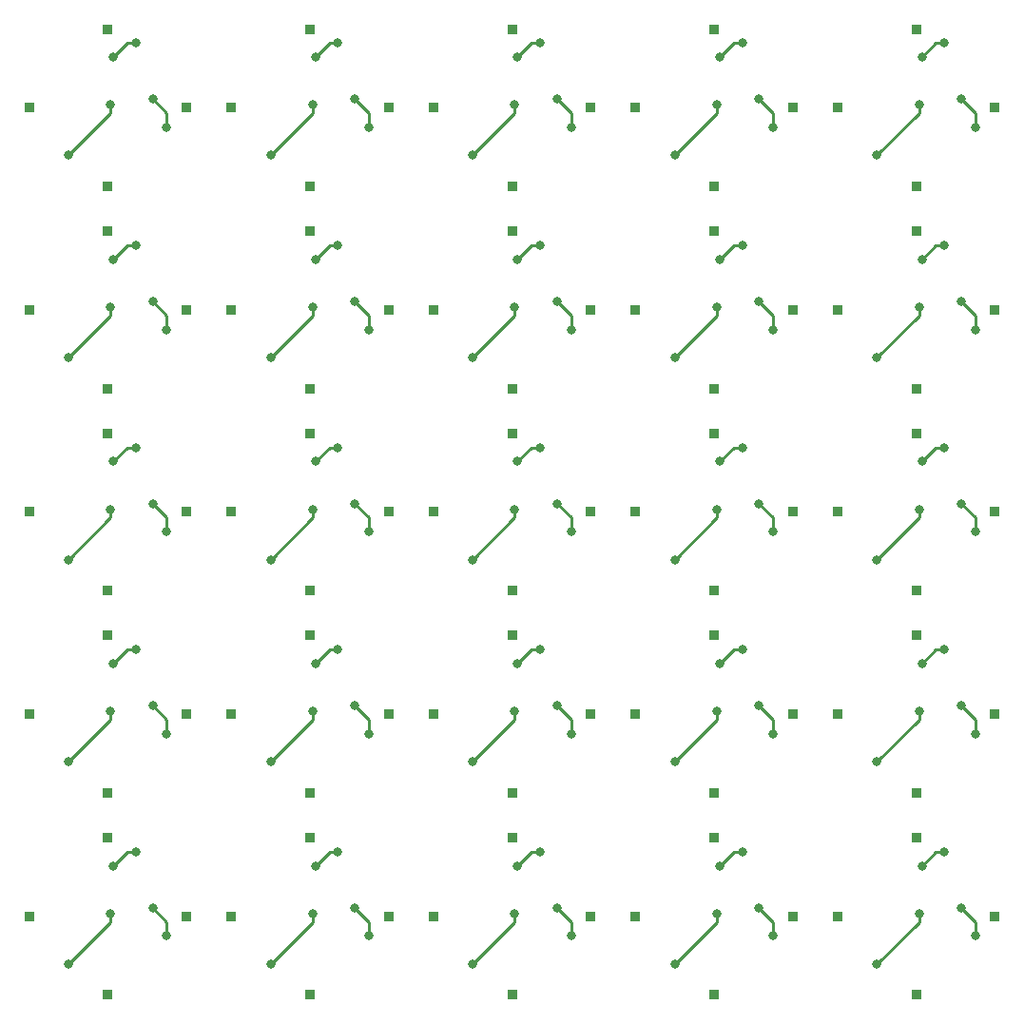
<source format=gbl>
%TF.GenerationSoftware,KiCad,Pcbnew,7.0.5-1.fc38*%
%TF.CreationDate,2023-07-07T14:20:18-04:00*%
%TF.ProjectId,bno085-i2c-board-v3-large-panel,626e6f30-3835-42d6-9932-632d626f6172,rev?*%
%TF.SameCoordinates,Original*%
%TF.FileFunction,Copper,L2,Bot*%
%TF.FilePolarity,Positive*%
%FSLAX46Y46*%
G04 Gerber Fmt 4.6, Leading zero omitted, Abs format (unit mm)*
G04 Created by KiCad (PCBNEW 7.0.5-1.fc38) date 2023-07-07 14:20:18*
%MOMM*%
%LPD*%
G01*
G04 APERTURE LIST*
%TA.AperFunction,ComponentPad*%
%ADD10R,0.850000X0.850000*%
%TD*%
%TA.AperFunction,ViaPad*%
%ADD11C,0.800000*%
%TD*%
%TA.AperFunction,Conductor*%
%ADD12C,0.250000*%
%TD*%
G04 APERTURE END LIST*
D10*
%TO.P,J2,1,Pin_1*%
%TO.N,Board_7-Net-(J2-Pin_1)*%
X148498776Y-59999388D03*
%TD*%
%TO.P,J4,1,Pin_1*%
%TO.N,Board_16-GND*%
X137498776Y-88999388D03*
%TD*%
%TO.P,J1,1,Pin_1*%
%TO.N,Board_20-Net-(J1-Pin_1)*%
X112498776Y-99999388D03*
%TD*%
%TO.P,J1,1,Pin_1*%
%TO.N,Board_1-Net-(J1-Pin_1)*%
X130498776Y-27999388D03*
%TD*%
%TO.P,J2,1,Pin_1*%
%TO.N,Board_21-Net-(J2-Pin_1)*%
X130498776Y-113999388D03*
%TD*%
%TO.P,J2,1,Pin_1*%
%TO.N,Board_5-Net-(J2-Pin_1)*%
X112498776Y-59999388D03*
%TD*%
%TO.P,J2,1,Pin_1*%
%TO.N,Board_23-Net-(J2-Pin_1)*%
X166498776Y-113999388D03*
%TD*%
%TO.P,J1,1,Pin_1*%
%TO.N,Board_23-Net-(J1-Pin_1)*%
X166498776Y-99999388D03*
%TD*%
%TO.P,J4,1,Pin_1*%
%TO.N,Board_14-GND*%
X191498776Y-70999388D03*
%TD*%
%TO.P,J3,1,Pin_1*%
%TO.N,Board_9-+3.3V*%
X177498776Y-52999388D03*
%TD*%
%TO.P,J2,1,Pin_1*%
%TO.N,Board_17-Net-(J2-Pin_1)*%
X148498776Y-95999388D03*
%TD*%
%TO.P,J2,1,Pin_1*%
%TO.N,Board_12-Net-(J2-Pin_1)*%
X148498776Y-77999388D03*
%TD*%
%TO.P,J3,1,Pin_1*%
%TO.N,Board_2-+3.3V*%
X141498776Y-34999388D03*
%TD*%
%TO.P,J1,1,Pin_1*%
%TO.N,Board_6-Net-(J1-Pin_1)*%
X130498776Y-45999388D03*
%TD*%
%TO.P,J3,1,Pin_1*%
%TO.N,Board_8-+3.3V*%
X159498776Y-52999388D03*
%TD*%
%TO.P,J4,1,Pin_1*%
%TO.N,Board_13-GND*%
X173498776Y-70999388D03*
%TD*%
%TO.P,J1,1,Pin_1*%
%TO.N,Board_0-Net-(J1-Pin_1)*%
X112498776Y-27999388D03*
%TD*%
%TO.P,J3,1,Pin_1*%
%TO.N,Board_6-+3.3V*%
X123498776Y-52999388D03*
%TD*%
%TO.P,J3,1,Pin_1*%
%TO.N,Board_22-+3.3V*%
X141498776Y-106999388D03*
%TD*%
%TO.P,J2,1,Pin_1*%
%TO.N,Board_11-Net-(J2-Pin_1)*%
X130498776Y-77999388D03*
%TD*%
%TO.P,J4,1,Pin_1*%
%TO.N,Board_18-GND*%
X173498776Y-88999388D03*
%TD*%
%TO.P,J3,1,Pin_1*%
%TO.N,Board_21-+3.3V*%
X123498776Y-106999388D03*
%TD*%
%TO.P,J2,1,Pin_1*%
%TO.N,Board_24-Net-(J2-Pin_1)*%
X184498776Y-113999388D03*
%TD*%
%TO.P,J4,1,Pin_1*%
%TO.N,Board_11-GND*%
X137498776Y-70999388D03*
%TD*%
%TO.P,J3,1,Pin_1*%
%TO.N,Board_12-+3.3V*%
X141498776Y-70999388D03*
%TD*%
%TO.P,J2,1,Pin_1*%
%TO.N,Board_22-Net-(J2-Pin_1)*%
X148498776Y-113999388D03*
%TD*%
%TO.P,J3,1,Pin_1*%
%TO.N,Board_17-+3.3V*%
X141498776Y-88999388D03*
%TD*%
%TO.P,J2,1,Pin_1*%
%TO.N,Board_19-Net-(J2-Pin_1)*%
X184498776Y-95999388D03*
%TD*%
%TO.P,J4,1,Pin_1*%
%TO.N,Board_7-GND*%
X155498776Y-52999388D03*
%TD*%
%TO.P,J1,1,Pin_1*%
%TO.N,Board_3-Net-(J1-Pin_1)*%
X166498776Y-27999388D03*
%TD*%
%TO.P,J2,1,Pin_1*%
%TO.N,Board_3-Net-(J2-Pin_1)*%
X166498776Y-41999388D03*
%TD*%
%TO.P,J4,1,Pin_1*%
%TO.N,Board_9-GND*%
X191498776Y-52999388D03*
%TD*%
%TO.P,J3,1,Pin_1*%
%TO.N,Board_16-+3.3V*%
X123498776Y-88999388D03*
%TD*%
%TO.P,J4,1,Pin_1*%
%TO.N,Board_3-GND*%
X173498776Y-34999388D03*
%TD*%
%TO.P,J3,1,Pin_1*%
%TO.N,Board_0-+3.3V*%
X105498776Y-34999388D03*
%TD*%
%TO.P,J1,1,Pin_1*%
%TO.N,Board_5-Net-(J1-Pin_1)*%
X112498776Y-45999388D03*
%TD*%
%TO.P,J3,1,Pin_1*%
%TO.N,Board_13-+3.3V*%
X159498776Y-70999388D03*
%TD*%
%TO.P,J3,1,Pin_1*%
%TO.N,Board_7-+3.3V*%
X141498776Y-52999388D03*
%TD*%
%TO.P,J3,1,Pin_1*%
%TO.N,Board_15-+3.3V*%
X105498776Y-88999388D03*
%TD*%
%TO.P,J4,1,Pin_1*%
%TO.N,Board_23-GND*%
X173498776Y-106999388D03*
%TD*%
%TO.P,J4,1,Pin_1*%
%TO.N,Board_1-GND*%
X137498776Y-34999388D03*
%TD*%
%TO.P,J3,1,Pin_1*%
%TO.N,Board_1-+3.3V*%
X123498776Y-34999388D03*
%TD*%
%TO.P,J2,1,Pin_1*%
%TO.N,Board_9-Net-(J2-Pin_1)*%
X184498776Y-59999388D03*
%TD*%
%TO.P,J3,1,Pin_1*%
%TO.N,Board_10-+3.3V*%
X105498776Y-70999388D03*
%TD*%
%TO.P,J3,1,Pin_1*%
%TO.N,Board_3-+3.3V*%
X159498776Y-34999388D03*
%TD*%
%TO.P,J3,1,Pin_1*%
%TO.N,Board_20-+3.3V*%
X105498776Y-106999388D03*
%TD*%
%TO.P,J3,1,Pin_1*%
%TO.N,Board_19-+3.3V*%
X177498776Y-88999388D03*
%TD*%
%TO.P,J1,1,Pin_1*%
%TO.N,Board_21-Net-(J1-Pin_1)*%
X130498776Y-99999388D03*
%TD*%
%TO.P,J1,1,Pin_1*%
%TO.N,Board_14-Net-(J1-Pin_1)*%
X184498776Y-63999388D03*
%TD*%
%TO.P,J3,1,Pin_1*%
%TO.N,Board_5-+3.3V*%
X105498776Y-52999388D03*
%TD*%
%TO.P,J2,1,Pin_1*%
%TO.N,Board_10-Net-(J2-Pin_1)*%
X112498776Y-77999388D03*
%TD*%
%TO.P,J1,1,Pin_1*%
%TO.N,Board_17-Net-(J1-Pin_1)*%
X148498776Y-81999388D03*
%TD*%
%TO.P,J2,1,Pin_1*%
%TO.N,Board_2-Net-(J2-Pin_1)*%
X148498776Y-41999388D03*
%TD*%
%TO.P,J1,1,Pin_1*%
%TO.N,Board_11-Net-(J1-Pin_1)*%
X130498776Y-63999388D03*
%TD*%
%TO.P,J2,1,Pin_1*%
%TO.N,Board_15-Net-(J2-Pin_1)*%
X112498776Y-95999388D03*
%TD*%
%TO.P,J2,1,Pin_1*%
%TO.N,Board_14-Net-(J2-Pin_1)*%
X184498776Y-77999388D03*
%TD*%
%TO.P,J3,1,Pin_1*%
%TO.N,Board_4-+3.3V*%
X177498776Y-34999388D03*
%TD*%
%TO.P,J4,1,Pin_1*%
%TO.N,Board_12-GND*%
X155498776Y-70999388D03*
%TD*%
%TO.P,J4,1,Pin_1*%
%TO.N,Board_10-GND*%
X119498776Y-70999388D03*
%TD*%
%TO.P,J2,1,Pin_1*%
%TO.N,Board_6-Net-(J2-Pin_1)*%
X130498776Y-59999388D03*
%TD*%
%TO.P,J3,1,Pin_1*%
%TO.N,Board_18-+3.3V*%
X159498776Y-88999388D03*
%TD*%
%TO.P,J4,1,Pin_1*%
%TO.N,Board_8-GND*%
X173498776Y-52999388D03*
%TD*%
%TO.P,J2,1,Pin_1*%
%TO.N,Board_16-Net-(J2-Pin_1)*%
X130498776Y-95999388D03*
%TD*%
%TO.P,J4,1,Pin_1*%
%TO.N,Board_0-GND*%
X119498776Y-34999388D03*
%TD*%
%TO.P,J1,1,Pin_1*%
%TO.N,Board_24-Net-(J1-Pin_1)*%
X184498776Y-99999388D03*
%TD*%
%TO.P,J1,1,Pin_1*%
%TO.N,Board_9-Net-(J1-Pin_1)*%
X184498776Y-45999388D03*
%TD*%
%TO.P,J4,1,Pin_1*%
%TO.N,Board_17-GND*%
X155498776Y-88999388D03*
%TD*%
%TO.P,J4,1,Pin_1*%
%TO.N,Board_20-GND*%
X119498776Y-106999388D03*
%TD*%
%TO.P,J2,1,Pin_1*%
%TO.N,Board_18-Net-(J2-Pin_1)*%
X166498776Y-95999388D03*
%TD*%
%TO.P,J2,1,Pin_1*%
%TO.N,Board_1-Net-(J2-Pin_1)*%
X130498776Y-41999388D03*
%TD*%
%TO.P,J3,1,Pin_1*%
%TO.N,Board_24-+3.3V*%
X177498776Y-106999388D03*
%TD*%
%TO.P,J4,1,Pin_1*%
%TO.N,Board_15-GND*%
X119498776Y-88999388D03*
%TD*%
%TO.P,J1,1,Pin_1*%
%TO.N,Board_12-Net-(J1-Pin_1)*%
X148498776Y-63999388D03*
%TD*%
%TO.P,J3,1,Pin_1*%
%TO.N,Board_14-+3.3V*%
X177498776Y-70999388D03*
%TD*%
%TO.P,J1,1,Pin_1*%
%TO.N,Board_18-Net-(J1-Pin_1)*%
X166498776Y-81999388D03*
%TD*%
%TO.P,J2,1,Pin_1*%
%TO.N,Board_13-Net-(J2-Pin_1)*%
X166498776Y-77999388D03*
%TD*%
%TO.P,J2,1,Pin_1*%
%TO.N,Board_20-Net-(J2-Pin_1)*%
X112498776Y-113999388D03*
%TD*%
%TO.P,J4,1,Pin_1*%
%TO.N,Board_22-GND*%
X155498776Y-106999388D03*
%TD*%
%TO.P,J4,1,Pin_1*%
%TO.N,Board_5-GND*%
X119498776Y-52999388D03*
%TD*%
%TO.P,J1,1,Pin_1*%
%TO.N,Board_22-Net-(J1-Pin_1)*%
X148498776Y-99999388D03*
%TD*%
%TO.P,J3,1,Pin_1*%
%TO.N,Board_11-+3.3V*%
X123498776Y-70999388D03*
%TD*%
%TO.P,J1,1,Pin_1*%
%TO.N,Board_8-Net-(J1-Pin_1)*%
X166498776Y-45999388D03*
%TD*%
%TO.P,J4,1,Pin_1*%
%TO.N,Board_24-GND*%
X191498776Y-106999388D03*
%TD*%
%TO.P,J1,1,Pin_1*%
%TO.N,Board_2-Net-(J1-Pin_1)*%
X148498776Y-27999388D03*
%TD*%
%TO.P,J1,1,Pin_1*%
%TO.N,Board_10-Net-(J1-Pin_1)*%
X112498776Y-63999388D03*
%TD*%
%TO.P,J4,1,Pin_1*%
%TO.N,Board_19-GND*%
X191498776Y-88999388D03*
%TD*%
%TO.P,J1,1,Pin_1*%
%TO.N,Board_19-Net-(J1-Pin_1)*%
X184498776Y-81999388D03*
%TD*%
%TO.P,J4,1,Pin_1*%
%TO.N,Board_4-GND*%
X191498776Y-34999388D03*
%TD*%
%TO.P,J1,1,Pin_1*%
%TO.N,Board_15-Net-(J1-Pin_1)*%
X112498776Y-81999388D03*
%TD*%
%TO.P,J2,1,Pin_1*%
%TO.N,Board_8-Net-(J2-Pin_1)*%
X166498776Y-59999388D03*
%TD*%
%TO.P,J1,1,Pin_1*%
%TO.N,Board_16-Net-(J1-Pin_1)*%
X130498776Y-81999388D03*
%TD*%
%TO.P,J2,1,Pin_1*%
%TO.N,Board_4-Net-(J2-Pin_1)*%
X184498776Y-41999388D03*
%TD*%
%TO.P,J2,1,Pin_1*%
%TO.N,Board_0-Net-(J2-Pin_1)*%
X112498776Y-41999388D03*
%TD*%
%TO.P,J4,1,Pin_1*%
%TO.N,Board_6-GND*%
X137498776Y-52999388D03*
%TD*%
%TO.P,J1,1,Pin_1*%
%TO.N,Board_7-Net-(J1-Pin_1)*%
X148498776Y-45999388D03*
%TD*%
%TO.P,J4,1,Pin_1*%
%TO.N,Board_2-GND*%
X155498776Y-34999388D03*
%TD*%
%TO.P,J3,1,Pin_1*%
%TO.N,Board_23-+3.3V*%
X159498776Y-106999388D03*
%TD*%
%TO.P,J1,1,Pin_1*%
%TO.N,Board_4-Net-(J1-Pin_1)*%
X184498776Y-27999388D03*
%TD*%
%TO.P,J4,1,Pin_1*%
%TO.N,Board_21-GND*%
X137498776Y-106999388D03*
%TD*%
%TO.P,J1,1,Pin_1*%
%TO.N,Board_13-Net-(J1-Pin_1)*%
X166498776Y-63999388D03*
%TD*%
D11*
%TO.N,Board_0-+3.3V*%
X114998776Y-29249388D03*
X112998776Y-30499388D03*
%TO.N,Board_0-GND*%
X108998776Y-39249388D03*
X112748776Y-34749388D03*
%TO.N,Board_0-Net-(J2-Pin_1)*%
X117748776Y-36749388D03*
X116498776Y-34249388D03*
%TO.N,Board_1-+3.3V*%
X130998776Y-30499388D03*
X132998776Y-29249388D03*
%TO.N,Board_1-GND*%
X126998776Y-39249388D03*
X130748776Y-34749388D03*
%TO.N,Board_1-Net-(J2-Pin_1)*%
X134498776Y-34249388D03*
X135748776Y-36749388D03*
%TO.N,Board_2-+3.3V*%
X150998776Y-29249388D03*
X148998776Y-30499388D03*
%TO.N,Board_2-GND*%
X148748776Y-34749388D03*
X144998776Y-39249388D03*
%TO.N,Board_2-Net-(J2-Pin_1)*%
X152498776Y-34249388D03*
X153748776Y-36749388D03*
%TO.N,Board_3-+3.3V*%
X166998776Y-30499388D03*
X168998776Y-29249388D03*
%TO.N,Board_3-GND*%
X166748776Y-34749388D03*
X162998776Y-39249388D03*
%TO.N,Board_3-Net-(J2-Pin_1)*%
X171748776Y-36749388D03*
X170498776Y-34249388D03*
%TO.N,Board_4-+3.3V*%
X184998776Y-30499388D03*
X186998776Y-29249388D03*
%TO.N,Board_4-GND*%
X184748776Y-34749388D03*
X180998776Y-39249388D03*
%TO.N,Board_4-Net-(J2-Pin_1)*%
X188498776Y-34249388D03*
X189748776Y-36749388D03*
%TO.N,Board_5-+3.3V*%
X114998776Y-47249388D03*
X112998776Y-48499388D03*
%TO.N,Board_5-GND*%
X112748776Y-52749388D03*
X108998776Y-57249388D03*
%TO.N,Board_5-Net-(J2-Pin_1)*%
X116498776Y-52249388D03*
X117748776Y-54749388D03*
%TO.N,Board_6-+3.3V*%
X130998776Y-48499388D03*
X132998776Y-47249388D03*
%TO.N,Board_6-GND*%
X126998776Y-57249388D03*
X130748776Y-52749388D03*
%TO.N,Board_6-Net-(J2-Pin_1)*%
X134498776Y-52249388D03*
X135748776Y-54749388D03*
%TO.N,Board_7-+3.3V*%
X150998776Y-47249388D03*
X148998776Y-48499388D03*
%TO.N,Board_7-GND*%
X144998776Y-57249388D03*
X148748776Y-52749388D03*
%TO.N,Board_7-Net-(J2-Pin_1)*%
X152498776Y-52249388D03*
X153748776Y-54749388D03*
%TO.N,Board_8-+3.3V*%
X166998776Y-48499388D03*
X168998776Y-47249388D03*
%TO.N,Board_8-GND*%
X162998776Y-57249388D03*
X166748776Y-52749388D03*
%TO.N,Board_8-Net-(J2-Pin_1)*%
X171748776Y-54749388D03*
X170498776Y-52249388D03*
%TO.N,Board_9-+3.3V*%
X186998776Y-47249388D03*
X184998776Y-48499388D03*
%TO.N,Board_9-GND*%
X184748776Y-52749388D03*
X180998776Y-57249388D03*
%TO.N,Board_9-Net-(J2-Pin_1)*%
X188498776Y-52249388D03*
X189748776Y-54749388D03*
%TO.N,Board_10-+3.3V*%
X112998776Y-66499388D03*
X114998776Y-65249388D03*
%TO.N,Board_10-GND*%
X108998776Y-75249388D03*
X112748776Y-70749388D03*
%TO.N,Board_10-Net-(J2-Pin_1)*%
X116498776Y-70249388D03*
X117748776Y-72749388D03*
%TO.N,Board_11-+3.3V*%
X132998776Y-65249388D03*
X130998776Y-66499388D03*
%TO.N,Board_11-GND*%
X130748776Y-70749388D03*
X126998776Y-75249388D03*
%TO.N,Board_11-Net-(J2-Pin_1)*%
X135748776Y-72749388D03*
X134498776Y-70249388D03*
%TO.N,Board_12-+3.3V*%
X150998776Y-65249388D03*
X148998776Y-66499388D03*
%TO.N,Board_12-GND*%
X144998776Y-75249388D03*
X148748776Y-70749388D03*
%TO.N,Board_12-Net-(J2-Pin_1)*%
X153748776Y-72749388D03*
X152498776Y-70249388D03*
%TO.N,Board_13-+3.3V*%
X166998776Y-66499388D03*
X168998776Y-65249388D03*
%TO.N,Board_13-GND*%
X162998776Y-75249388D03*
X166748776Y-70749388D03*
%TO.N,Board_13-Net-(J2-Pin_1)*%
X171748776Y-72749388D03*
X170498776Y-70249388D03*
%TO.N,Board_14-+3.3V*%
X186998776Y-65249388D03*
X184998776Y-66499388D03*
%TO.N,Board_14-GND*%
X180998776Y-75249388D03*
X184748776Y-70749388D03*
%TO.N,Board_14-Net-(J2-Pin_1)*%
X188498776Y-70249388D03*
X189748776Y-72749388D03*
%TO.N,Board_15-+3.3V*%
X114998776Y-83249388D03*
X112998776Y-84499388D03*
%TO.N,Board_15-GND*%
X108998776Y-93249388D03*
X112748776Y-88749388D03*
%TO.N,Board_15-Net-(J2-Pin_1)*%
X116498776Y-88249388D03*
X117748776Y-90749388D03*
%TO.N,Board_16-+3.3V*%
X130998776Y-84499388D03*
X132998776Y-83249388D03*
%TO.N,Board_16-GND*%
X130748776Y-88749388D03*
X126998776Y-93249388D03*
%TO.N,Board_16-Net-(J2-Pin_1)*%
X135748776Y-90749388D03*
X134498776Y-88249388D03*
%TO.N,Board_17-+3.3V*%
X150998776Y-83249388D03*
X148998776Y-84499388D03*
%TO.N,Board_17-GND*%
X148748776Y-88749388D03*
X144998776Y-93249388D03*
%TO.N,Board_17-Net-(J2-Pin_1)*%
X153748776Y-90749388D03*
X152498776Y-88249388D03*
%TO.N,Board_18-+3.3V*%
X166998776Y-84499388D03*
X168998776Y-83249388D03*
%TO.N,Board_18-GND*%
X162998776Y-93249388D03*
X166748776Y-88749388D03*
%TO.N,Board_18-Net-(J2-Pin_1)*%
X171748776Y-90749388D03*
X170498776Y-88249388D03*
%TO.N,Board_19-+3.3V*%
X184998776Y-84499388D03*
X186998776Y-83249388D03*
%TO.N,Board_19-GND*%
X184748776Y-88749388D03*
X180998776Y-93249388D03*
%TO.N,Board_19-Net-(J2-Pin_1)*%
X189748776Y-90749388D03*
X188498776Y-88249388D03*
%TO.N,Board_20-+3.3V*%
X112998776Y-102499388D03*
X114998776Y-101249388D03*
%TO.N,Board_20-GND*%
X108998776Y-111249388D03*
X112748776Y-106749388D03*
%TO.N,Board_20-Net-(J2-Pin_1)*%
X116498776Y-106249388D03*
X117748776Y-108749388D03*
%TO.N,Board_21-+3.3V*%
X132998776Y-101249388D03*
X130998776Y-102499388D03*
%TO.N,Board_21-GND*%
X126998776Y-111249388D03*
X130748776Y-106749388D03*
%TO.N,Board_21-Net-(J2-Pin_1)*%
X134498776Y-106249388D03*
X135748776Y-108749388D03*
%TO.N,Board_22-+3.3V*%
X150998776Y-101249388D03*
X148998776Y-102499388D03*
%TO.N,Board_22-GND*%
X144998776Y-111249388D03*
X148748776Y-106749388D03*
%TO.N,Board_22-Net-(J2-Pin_1)*%
X153748776Y-108749388D03*
X152498776Y-106249388D03*
%TO.N,Board_23-+3.3V*%
X166998776Y-102499388D03*
X168998776Y-101249388D03*
%TO.N,Board_23-GND*%
X166748776Y-106749388D03*
X162998776Y-111249388D03*
%TO.N,Board_23-Net-(J2-Pin_1)*%
X171748776Y-108749388D03*
X170498776Y-106249388D03*
%TO.N,Board_24-+3.3V*%
X186998776Y-101249388D03*
X184998776Y-102499388D03*
%TO.N,Board_24-GND*%
X184748776Y-106749388D03*
X180998776Y-111249388D03*
%TO.N,Board_24-Net-(J2-Pin_1)*%
X189748776Y-108749388D03*
X188498776Y-106249388D03*
%TD*%
D12*
%TO.N,Board_0-+3.3V*%
X114998776Y-29249388D02*
X114248776Y-29249388D01*
X114248776Y-29249388D02*
X112998776Y-30499388D01*
%TO.N,Board_0-GND*%
X112748776Y-35499388D02*
X112748776Y-34749388D01*
X108998776Y-39249388D02*
X112748776Y-35499388D01*
%TO.N,Board_0-Net-(J2-Pin_1)*%
X116498776Y-34249388D02*
X117748776Y-35499388D01*
X117748776Y-35499388D02*
X117748776Y-36749388D01*
%TO.N,Board_1-+3.3V*%
X132998776Y-29249388D02*
X132248776Y-29249388D01*
X132248776Y-29249388D02*
X130998776Y-30499388D01*
%TO.N,Board_1-GND*%
X130748776Y-35499388D02*
X130748776Y-34749388D01*
X126998776Y-39249388D02*
X130748776Y-35499388D01*
%TO.N,Board_1-Net-(J2-Pin_1)*%
X135748776Y-35499388D02*
X135748776Y-36749388D01*
X134498776Y-34249388D02*
X135748776Y-35499388D01*
%TO.N,Board_2-+3.3V*%
X150248776Y-29249388D02*
X148998776Y-30499388D01*
X150998776Y-29249388D02*
X150248776Y-29249388D01*
%TO.N,Board_2-GND*%
X148748776Y-35499388D02*
X148748776Y-34749388D01*
X144998776Y-39249388D02*
X148748776Y-35499388D01*
%TO.N,Board_2-Net-(J2-Pin_1)*%
X153748776Y-35499388D02*
X153748776Y-36749388D01*
X152498776Y-34249388D02*
X153748776Y-35499388D01*
%TO.N,Board_3-+3.3V*%
X168248776Y-29249388D02*
X166998776Y-30499388D01*
X168998776Y-29249388D02*
X168248776Y-29249388D01*
%TO.N,Board_3-GND*%
X166748776Y-35499388D02*
X166748776Y-34749388D01*
X162998776Y-39249388D02*
X166748776Y-35499388D01*
%TO.N,Board_3-Net-(J2-Pin_1)*%
X170498776Y-34249388D02*
X171748776Y-35499388D01*
X171748776Y-35499388D02*
X171748776Y-36749388D01*
%TO.N,Board_4-+3.3V*%
X186998776Y-29249388D02*
X186248776Y-29249388D01*
X186248776Y-29249388D02*
X184998776Y-30499388D01*
%TO.N,Board_4-GND*%
X180998776Y-39249388D02*
X184748776Y-35499388D01*
X184748776Y-35499388D02*
X184748776Y-34749388D01*
%TO.N,Board_4-Net-(J2-Pin_1)*%
X188498776Y-34249388D02*
X189748776Y-35499388D01*
X189748776Y-35499388D02*
X189748776Y-36749388D01*
%TO.N,Board_5-+3.3V*%
X114248776Y-47249388D02*
X112998776Y-48499388D01*
X114998776Y-47249388D02*
X114248776Y-47249388D01*
%TO.N,Board_5-GND*%
X112748776Y-53499388D02*
X112748776Y-52749388D01*
X108998776Y-57249388D02*
X112748776Y-53499388D01*
%TO.N,Board_5-Net-(J2-Pin_1)*%
X116498776Y-52249388D02*
X117748776Y-53499388D01*
X117748776Y-53499388D02*
X117748776Y-54749388D01*
%TO.N,Board_6-+3.3V*%
X132248776Y-47249388D02*
X130998776Y-48499388D01*
X132998776Y-47249388D02*
X132248776Y-47249388D01*
%TO.N,Board_6-GND*%
X126998776Y-57249388D02*
X130748776Y-53499388D01*
X130748776Y-53499388D02*
X130748776Y-52749388D01*
%TO.N,Board_6-Net-(J2-Pin_1)*%
X135748776Y-53499388D02*
X135748776Y-54749388D01*
X134498776Y-52249388D02*
X135748776Y-53499388D01*
%TO.N,Board_7-+3.3V*%
X150248776Y-47249388D02*
X148998776Y-48499388D01*
X150998776Y-47249388D02*
X150248776Y-47249388D01*
%TO.N,Board_7-GND*%
X144998776Y-57249388D02*
X148748776Y-53499388D01*
X148748776Y-53499388D02*
X148748776Y-52749388D01*
%TO.N,Board_7-Net-(J2-Pin_1)*%
X153748776Y-53499388D02*
X153748776Y-54749388D01*
X152498776Y-52249388D02*
X153748776Y-53499388D01*
%TO.N,Board_8-+3.3V*%
X168998776Y-47249388D02*
X168248776Y-47249388D01*
X168248776Y-47249388D02*
X166998776Y-48499388D01*
%TO.N,Board_8-GND*%
X162998776Y-57249388D02*
X166748776Y-53499388D01*
X166748776Y-53499388D02*
X166748776Y-52749388D01*
%TO.N,Board_8-Net-(J2-Pin_1)*%
X171748776Y-53499388D02*
X171748776Y-54749388D01*
X170498776Y-52249388D02*
X171748776Y-53499388D01*
%TO.N,Board_9-+3.3V*%
X186998776Y-47249388D02*
X186248776Y-47249388D01*
X186248776Y-47249388D02*
X184998776Y-48499388D01*
%TO.N,Board_9-GND*%
X180998776Y-57249388D02*
X184748776Y-53499388D01*
X184748776Y-53499388D02*
X184748776Y-52749388D01*
%TO.N,Board_9-Net-(J2-Pin_1)*%
X188498776Y-52249388D02*
X189748776Y-53499388D01*
X189748776Y-53499388D02*
X189748776Y-54749388D01*
%TO.N,Board_10-+3.3V*%
X114248776Y-65249388D02*
X112998776Y-66499388D01*
X114998776Y-65249388D02*
X114248776Y-65249388D01*
%TO.N,Board_10-GND*%
X108998776Y-75249388D02*
X112748776Y-71499388D01*
X112748776Y-71499388D02*
X112748776Y-70749388D01*
%TO.N,Board_10-Net-(J2-Pin_1)*%
X116498776Y-70249388D02*
X117748776Y-71499388D01*
X117748776Y-71499388D02*
X117748776Y-72749388D01*
%TO.N,Board_11-+3.3V*%
X132248776Y-65249388D02*
X130998776Y-66499388D01*
X132998776Y-65249388D02*
X132248776Y-65249388D01*
%TO.N,Board_11-GND*%
X130748776Y-71499388D02*
X130748776Y-70749388D01*
X126998776Y-75249388D02*
X130748776Y-71499388D01*
%TO.N,Board_11-Net-(J2-Pin_1)*%
X134498776Y-70249388D02*
X135748776Y-71499388D01*
X135748776Y-71499388D02*
X135748776Y-72749388D01*
%TO.N,Board_12-+3.3V*%
X150248776Y-65249388D02*
X148998776Y-66499388D01*
X150998776Y-65249388D02*
X150248776Y-65249388D01*
%TO.N,Board_12-GND*%
X148748776Y-71499388D02*
X148748776Y-70749388D01*
X144998776Y-75249388D02*
X148748776Y-71499388D01*
%TO.N,Board_12-Net-(J2-Pin_1)*%
X152498776Y-70249388D02*
X153748776Y-71499388D01*
X153748776Y-71499388D02*
X153748776Y-72749388D01*
%TO.N,Board_13-+3.3V*%
X168998776Y-65249388D02*
X168248776Y-65249388D01*
X168248776Y-65249388D02*
X166998776Y-66499388D01*
%TO.N,Board_13-GND*%
X166748776Y-71499388D02*
X166748776Y-70749388D01*
X162998776Y-75249388D02*
X166748776Y-71499388D01*
%TO.N,Board_13-Net-(J2-Pin_1)*%
X170498776Y-70249388D02*
X171748776Y-71499388D01*
X171748776Y-71499388D02*
X171748776Y-72749388D01*
%TO.N,Board_14-+3.3V*%
X186248776Y-65249388D02*
X184998776Y-66499388D01*
X186998776Y-65249388D02*
X186248776Y-65249388D01*
%TO.N,Board_14-GND*%
X184748776Y-71499388D02*
X184748776Y-70749388D01*
X180998776Y-75249388D02*
X184748776Y-71499388D01*
%TO.N,Board_14-Net-(J2-Pin_1)*%
X188498776Y-70249388D02*
X189748776Y-71499388D01*
X189748776Y-71499388D02*
X189748776Y-72749388D01*
%TO.N,Board_15-+3.3V*%
X114998776Y-83249388D02*
X114248776Y-83249388D01*
X114248776Y-83249388D02*
X112998776Y-84499388D01*
%TO.N,Board_15-GND*%
X112748776Y-89499388D02*
X112748776Y-88749388D01*
X108998776Y-93249388D02*
X112748776Y-89499388D01*
%TO.N,Board_15-Net-(J2-Pin_1)*%
X116498776Y-88249388D02*
X117748776Y-89499388D01*
X117748776Y-89499388D02*
X117748776Y-90749388D01*
%TO.N,Board_16-+3.3V*%
X132998776Y-83249388D02*
X132248776Y-83249388D01*
X132248776Y-83249388D02*
X130998776Y-84499388D01*
%TO.N,Board_16-GND*%
X126998776Y-93249388D02*
X130748776Y-89499388D01*
X130748776Y-89499388D02*
X130748776Y-88749388D01*
%TO.N,Board_16-Net-(J2-Pin_1)*%
X134498776Y-88249388D02*
X135748776Y-89499388D01*
X135748776Y-89499388D02*
X135748776Y-90749388D01*
%TO.N,Board_17-+3.3V*%
X150248776Y-83249388D02*
X148998776Y-84499388D01*
X150998776Y-83249388D02*
X150248776Y-83249388D01*
%TO.N,Board_17-GND*%
X148748776Y-89499388D02*
X148748776Y-88749388D01*
X144998776Y-93249388D02*
X148748776Y-89499388D01*
%TO.N,Board_17-Net-(J2-Pin_1)*%
X153748776Y-89499388D02*
X153748776Y-90749388D01*
X152498776Y-88249388D02*
X153748776Y-89499388D01*
%TO.N,Board_18-+3.3V*%
X168998776Y-83249388D02*
X168248776Y-83249388D01*
X168248776Y-83249388D02*
X166998776Y-84499388D01*
%TO.N,Board_18-GND*%
X166748776Y-89499388D02*
X166748776Y-88749388D01*
X162998776Y-93249388D02*
X166748776Y-89499388D01*
%TO.N,Board_18-Net-(J2-Pin_1)*%
X170498776Y-88249388D02*
X171748776Y-89499388D01*
X171748776Y-89499388D02*
X171748776Y-90749388D01*
%TO.N,Board_19-+3.3V*%
X186248776Y-83249388D02*
X184998776Y-84499388D01*
X186998776Y-83249388D02*
X186248776Y-83249388D01*
%TO.N,Board_19-GND*%
X184748776Y-89499388D02*
X184748776Y-88749388D01*
X180998776Y-93249388D02*
X184748776Y-89499388D01*
%TO.N,Board_19-Net-(J2-Pin_1)*%
X189748776Y-89499388D02*
X189748776Y-90749388D01*
X188498776Y-88249388D02*
X189748776Y-89499388D01*
%TO.N,Board_20-+3.3V*%
X114998776Y-101249388D02*
X114248776Y-101249388D01*
X114248776Y-101249388D02*
X112998776Y-102499388D01*
%TO.N,Board_20-GND*%
X108998776Y-111249388D02*
X112748776Y-107499388D01*
X112748776Y-107499388D02*
X112748776Y-106749388D01*
%TO.N,Board_20-Net-(J2-Pin_1)*%
X117748776Y-107499388D02*
X117748776Y-108749388D01*
X116498776Y-106249388D02*
X117748776Y-107499388D01*
%TO.N,Board_21-+3.3V*%
X132248776Y-101249388D02*
X130998776Y-102499388D01*
X132998776Y-101249388D02*
X132248776Y-101249388D01*
%TO.N,Board_21-GND*%
X126998776Y-111249388D02*
X130748776Y-107499388D01*
X130748776Y-107499388D02*
X130748776Y-106749388D01*
%TO.N,Board_21-Net-(J2-Pin_1)*%
X135748776Y-107499388D02*
X135748776Y-108749388D01*
X134498776Y-106249388D02*
X135748776Y-107499388D01*
%TO.N,Board_22-+3.3V*%
X150248776Y-101249388D02*
X148998776Y-102499388D01*
X150998776Y-101249388D02*
X150248776Y-101249388D01*
%TO.N,Board_22-GND*%
X144998776Y-111249388D02*
X148748776Y-107499388D01*
X148748776Y-107499388D02*
X148748776Y-106749388D01*
%TO.N,Board_22-Net-(J2-Pin_1)*%
X152498776Y-106249388D02*
X153748776Y-107499388D01*
X153748776Y-107499388D02*
X153748776Y-108749388D01*
%TO.N,Board_23-+3.3V*%
X168998776Y-101249388D02*
X168248776Y-101249388D01*
X168248776Y-101249388D02*
X166998776Y-102499388D01*
%TO.N,Board_23-GND*%
X166748776Y-107499388D02*
X166748776Y-106749388D01*
X162998776Y-111249388D02*
X166748776Y-107499388D01*
%TO.N,Board_23-Net-(J2-Pin_1)*%
X170498776Y-106249388D02*
X171748776Y-107499388D01*
X171748776Y-107499388D02*
X171748776Y-108749388D01*
%TO.N,Board_24-+3.3V*%
X186248776Y-101249388D02*
X184998776Y-102499388D01*
X186998776Y-101249388D02*
X186248776Y-101249388D01*
%TO.N,Board_24-GND*%
X184748776Y-107499388D02*
X184748776Y-106749388D01*
X180998776Y-111249388D02*
X184748776Y-107499388D01*
%TO.N,Board_24-Net-(J2-Pin_1)*%
X188498776Y-106249388D02*
X189748776Y-107499388D01*
X189748776Y-107499388D02*
X189748776Y-108749388D01*
%TD*%
M02*

</source>
